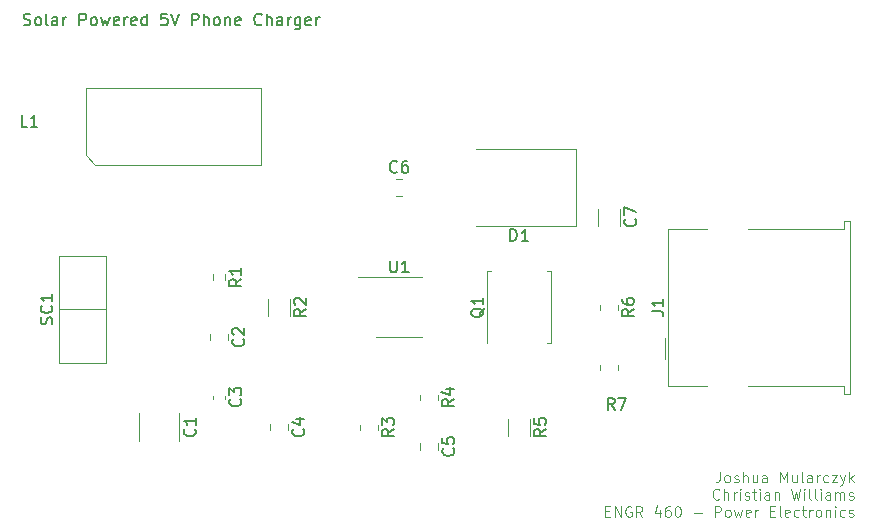
<source format=gbr>
%TF.GenerationSoftware,KiCad,Pcbnew,(6.0.4)*%
%TF.CreationDate,2022-04-27T22:38:45-07:00*%
%TF.ProjectId,SolarChargerV6,536f6c61-7243-4686-9172-67657256362e,rev?*%
%TF.SameCoordinates,Original*%
%TF.FileFunction,Legend,Top*%
%TF.FilePolarity,Positive*%
%FSLAX46Y46*%
G04 Gerber Fmt 4.6, Leading zero omitted, Abs format (unit mm)*
G04 Created by KiCad (PCBNEW (6.0.4)) date 2022-04-27 22:38:45*
%MOMM*%
%LPD*%
G01*
G04 APERTURE LIST*
%ADD10C,0.150000*%
%ADD11C,0.125000*%
%ADD12C,0.120000*%
G04 APERTURE END LIST*
D10*
X95223809Y-47204761D02*
X95366666Y-47252380D01*
X95604761Y-47252380D01*
X95700000Y-47204761D01*
X95747619Y-47157142D01*
X95795238Y-47061904D01*
X95795238Y-46966666D01*
X95747619Y-46871428D01*
X95700000Y-46823809D01*
X95604761Y-46776190D01*
X95414285Y-46728571D01*
X95319047Y-46680952D01*
X95271428Y-46633333D01*
X95223809Y-46538095D01*
X95223809Y-46442857D01*
X95271428Y-46347619D01*
X95319047Y-46300000D01*
X95414285Y-46252380D01*
X95652380Y-46252380D01*
X95795238Y-46300000D01*
X96366666Y-47252380D02*
X96271428Y-47204761D01*
X96223809Y-47157142D01*
X96176190Y-47061904D01*
X96176190Y-46776190D01*
X96223809Y-46680952D01*
X96271428Y-46633333D01*
X96366666Y-46585714D01*
X96509523Y-46585714D01*
X96604761Y-46633333D01*
X96652380Y-46680952D01*
X96700000Y-46776190D01*
X96700000Y-47061904D01*
X96652380Y-47157142D01*
X96604761Y-47204761D01*
X96509523Y-47252380D01*
X96366666Y-47252380D01*
X97271428Y-47252380D02*
X97176190Y-47204761D01*
X97128571Y-47109523D01*
X97128571Y-46252380D01*
X98080952Y-47252380D02*
X98080952Y-46728571D01*
X98033333Y-46633333D01*
X97938095Y-46585714D01*
X97747619Y-46585714D01*
X97652380Y-46633333D01*
X98080952Y-47204761D02*
X97985714Y-47252380D01*
X97747619Y-47252380D01*
X97652380Y-47204761D01*
X97604761Y-47109523D01*
X97604761Y-47014285D01*
X97652380Y-46919047D01*
X97747619Y-46871428D01*
X97985714Y-46871428D01*
X98080952Y-46823809D01*
X98557142Y-47252380D02*
X98557142Y-46585714D01*
X98557142Y-46776190D02*
X98604761Y-46680952D01*
X98652380Y-46633333D01*
X98747619Y-46585714D01*
X98842857Y-46585714D01*
X99938095Y-47252380D02*
X99938095Y-46252380D01*
X100319047Y-46252380D01*
X100414285Y-46300000D01*
X100461904Y-46347619D01*
X100509523Y-46442857D01*
X100509523Y-46585714D01*
X100461904Y-46680952D01*
X100414285Y-46728571D01*
X100319047Y-46776190D01*
X99938095Y-46776190D01*
X101080952Y-47252380D02*
X100985714Y-47204761D01*
X100938095Y-47157142D01*
X100890476Y-47061904D01*
X100890476Y-46776190D01*
X100938095Y-46680952D01*
X100985714Y-46633333D01*
X101080952Y-46585714D01*
X101223809Y-46585714D01*
X101319047Y-46633333D01*
X101366666Y-46680952D01*
X101414285Y-46776190D01*
X101414285Y-47061904D01*
X101366666Y-47157142D01*
X101319047Y-47204761D01*
X101223809Y-47252380D01*
X101080952Y-47252380D01*
X101747619Y-46585714D02*
X101938095Y-47252380D01*
X102128571Y-46776190D01*
X102319047Y-47252380D01*
X102509523Y-46585714D01*
X103271428Y-47204761D02*
X103176190Y-47252380D01*
X102985714Y-47252380D01*
X102890476Y-47204761D01*
X102842857Y-47109523D01*
X102842857Y-46728571D01*
X102890476Y-46633333D01*
X102985714Y-46585714D01*
X103176190Y-46585714D01*
X103271428Y-46633333D01*
X103319047Y-46728571D01*
X103319047Y-46823809D01*
X102842857Y-46919047D01*
X103747619Y-47252380D02*
X103747619Y-46585714D01*
X103747619Y-46776190D02*
X103795238Y-46680952D01*
X103842857Y-46633333D01*
X103938095Y-46585714D01*
X104033333Y-46585714D01*
X104747619Y-47204761D02*
X104652380Y-47252380D01*
X104461904Y-47252380D01*
X104366666Y-47204761D01*
X104319047Y-47109523D01*
X104319047Y-46728571D01*
X104366666Y-46633333D01*
X104461904Y-46585714D01*
X104652380Y-46585714D01*
X104747619Y-46633333D01*
X104795238Y-46728571D01*
X104795238Y-46823809D01*
X104319047Y-46919047D01*
X105652380Y-47252380D02*
X105652380Y-46252380D01*
X105652380Y-47204761D02*
X105557142Y-47252380D01*
X105366666Y-47252380D01*
X105271428Y-47204761D01*
X105223809Y-47157142D01*
X105176190Y-47061904D01*
X105176190Y-46776190D01*
X105223809Y-46680952D01*
X105271428Y-46633333D01*
X105366666Y-46585714D01*
X105557142Y-46585714D01*
X105652380Y-46633333D01*
X107366666Y-46252380D02*
X106890476Y-46252380D01*
X106842857Y-46728571D01*
X106890476Y-46680952D01*
X106985714Y-46633333D01*
X107223809Y-46633333D01*
X107319047Y-46680952D01*
X107366666Y-46728571D01*
X107414285Y-46823809D01*
X107414285Y-47061904D01*
X107366666Y-47157142D01*
X107319047Y-47204761D01*
X107223809Y-47252380D01*
X106985714Y-47252380D01*
X106890476Y-47204761D01*
X106842857Y-47157142D01*
X107700000Y-46252380D02*
X108033333Y-47252380D01*
X108366666Y-46252380D01*
X109461904Y-47252380D02*
X109461904Y-46252380D01*
X109842857Y-46252380D01*
X109938095Y-46300000D01*
X109985714Y-46347619D01*
X110033333Y-46442857D01*
X110033333Y-46585714D01*
X109985714Y-46680952D01*
X109938095Y-46728571D01*
X109842857Y-46776190D01*
X109461904Y-46776190D01*
X110461904Y-47252380D02*
X110461904Y-46252380D01*
X110890476Y-47252380D02*
X110890476Y-46728571D01*
X110842857Y-46633333D01*
X110747619Y-46585714D01*
X110604761Y-46585714D01*
X110509523Y-46633333D01*
X110461904Y-46680952D01*
X111509523Y-47252380D02*
X111414285Y-47204761D01*
X111366666Y-47157142D01*
X111319047Y-47061904D01*
X111319047Y-46776190D01*
X111366666Y-46680952D01*
X111414285Y-46633333D01*
X111509523Y-46585714D01*
X111652380Y-46585714D01*
X111747619Y-46633333D01*
X111795238Y-46680952D01*
X111842857Y-46776190D01*
X111842857Y-47061904D01*
X111795238Y-47157142D01*
X111747619Y-47204761D01*
X111652380Y-47252380D01*
X111509523Y-47252380D01*
X112271428Y-46585714D02*
X112271428Y-47252380D01*
X112271428Y-46680952D02*
X112319047Y-46633333D01*
X112414285Y-46585714D01*
X112557142Y-46585714D01*
X112652380Y-46633333D01*
X112700000Y-46728571D01*
X112700000Y-47252380D01*
X113557142Y-47204761D02*
X113461904Y-47252380D01*
X113271428Y-47252380D01*
X113176190Y-47204761D01*
X113128571Y-47109523D01*
X113128571Y-46728571D01*
X113176190Y-46633333D01*
X113271428Y-46585714D01*
X113461904Y-46585714D01*
X113557142Y-46633333D01*
X113604761Y-46728571D01*
X113604761Y-46823809D01*
X113128571Y-46919047D01*
X115366666Y-47157142D02*
X115319047Y-47204761D01*
X115176190Y-47252380D01*
X115080952Y-47252380D01*
X114938095Y-47204761D01*
X114842857Y-47109523D01*
X114795238Y-47014285D01*
X114747619Y-46823809D01*
X114747619Y-46680952D01*
X114795238Y-46490476D01*
X114842857Y-46395238D01*
X114938095Y-46300000D01*
X115080952Y-46252380D01*
X115176190Y-46252380D01*
X115319047Y-46300000D01*
X115366666Y-46347619D01*
X115795238Y-47252380D02*
X115795238Y-46252380D01*
X116223809Y-47252380D02*
X116223809Y-46728571D01*
X116176190Y-46633333D01*
X116080952Y-46585714D01*
X115938095Y-46585714D01*
X115842857Y-46633333D01*
X115795238Y-46680952D01*
X117128571Y-47252380D02*
X117128571Y-46728571D01*
X117080952Y-46633333D01*
X116985714Y-46585714D01*
X116795238Y-46585714D01*
X116699999Y-46633333D01*
X117128571Y-47204761D02*
X117033333Y-47252380D01*
X116795238Y-47252380D01*
X116699999Y-47204761D01*
X116652380Y-47109523D01*
X116652380Y-47014285D01*
X116699999Y-46919047D01*
X116795238Y-46871428D01*
X117033333Y-46871428D01*
X117128571Y-46823809D01*
X117604761Y-47252380D02*
X117604761Y-46585714D01*
X117604761Y-46776190D02*
X117652380Y-46680952D01*
X117699999Y-46633333D01*
X117795238Y-46585714D01*
X117890476Y-46585714D01*
X118652380Y-46585714D02*
X118652380Y-47395238D01*
X118604761Y-47490476D01*
X118557142Y-47538095D01*
X118461904Y-47585714D01*
X118319047Y-47585714D01*
X118223809Y-47538095D01*
X118652380Y-47204761D02*
X118557142Y-47252380D01*
X118366666Y-47252380D01*
X118271428Y-47204761D01*
X118223809Y-47157142D01*
X118176190Y-47061904D01*
X118176190Y-46776190D01*
X118223809Y-46680952D01*
X118271428Y-46633333D01*
X118366666Y-46585714D01*
X118557142Y-46585714D01*
X118652380Y-46633333D01*
X119509523Y-47204761D02*
X119414285Y-47252380D01*
X119223809Y-47252380D01*
X119128571Y-47204761D01*
X119080952Y-47109523D01*
X119080952Y-46728571D01*
X119128571Y-46633333D01*
X119223809Y-46585714D01*
X119414285Y-46585714D01*
X119509523Y-46633333D01*
X119557142Y-46728571D01*
X119557142Y-46823809D01*
X119080952Y-46919047D01*
X119985714Y-47252380D02*
X119985714Y-46585714D01*
X119985714Y-46776190D02*
X120033333Y-46680952D01*
X120080952Y-46633333D01*
X120176190Y-46585714D01*
X120271428Y-46585714D01*
D11*
X154168035Y-85053142D02*
X154168035Y-85696000D01*
X154125178Y-85824571D01*
X154039464Y-85910285D01*
X153910892Y-85953142D01*
X153825178Y-85953142D01*
X154725178Y-85953142D02*
X154639464Y-85910285D01*
X154596607Y-85867428D01*
X154553750Y-85781714D01*
X154553750Y-85524571D01*
X154596607Y-85438857D01*
X154639464Y-85396000D01*
X154725178Y-85353142D01*
X154853750Y-85353142D01*
X154939464Y-85396000D01*
X154982321Y-85438857D01*
X155025178Y-85524571D01*
X155025178Y-85781714D01*
X154982321Y-85867428D01*
X154939464Y-85910285D01*
X154853750Y-85953142D01*
X154725178Y-85953142D01*
X155368035Y-85910285D02*
X155453750Y-85953142D01*
X155625178Y-85953142D01*
X155710892Y-85910285D01*
X155753750Y-85824571D01*
X155753750Y-85781714D01*
X155710892Y-85696000D01*
X155625178Y-85653142D01*
X155496607Y-85653142D01*
X155410892Y-85610285D01*
X155368035Y-85524571D01*
X155368035Y-85481714D01*
X155410892Y-85396000D01*
X155496607Y-85353142D01*
X155625178Y-85353142D01*
X155710892Y-85396000D01*
X156139464Y-85953142D02*
X156139464Y-85053142D01*
X156525178Y-85953142D02*
X156525178Y-85481714D01*
X156482321Y-85396000D01*
X156396607Y-85353142D01*
X156268035Y-85353142D01*
X156182321Y-85396000D01*
X156139464Y-85438857D01*
X157339464Y-85353142D02*
X157339464Y-85953142D01*
X156953750Y-85353142D02*
X156953750Y-85824571D01*
X156996607Y-85910285D01*
X157082321Y-85953142D01*
X157210892Y-85953142D01*
X157296607Y-85910285D01*
X157339464Y-85867428D01*
X158153750Y-85953142D02*
X158153750Y-85481714D01*
X158110892Y-85396000D01*
X158025178Y-85353142D01*
X157853750Y-85353142D01*
X157768035Y-85396000D01*
X158153750Y-85910285D02*
X158068035Y-85953142D01*
X157853750Y-85953142D01*
X157768035Y-85910285D01*
X157725178Y-85824571D01*
X157725178Y-85738857D01*
X157768035Y-85653142D01*
X157853750Y-85610285D01*
X158068035Y-85610285D01*
X158153750Y-85567428D01*
X159268035Y-85953142D02*
X159268035Y-85053142D01*
X159568035Y-85696000D01*
X159868035Y-85053142D01*
X159868035Y-85953142D01*
X160682321Y-85353142D02*
X160682321Y-85953142D01*
X160296607Y-85353142D02*
X160296607Y-85824571D01*
X160339464Y-85910285D01*
X160425178Y-85953142D01*
X160553750Y-85953142D01*
X160639464Y-85910285D01*
X160682321Y-85867428D01*
X161239464Y-85953142D02*
X161153750Y-85910285D01*
X161110892Y-85824571D01*
X161110892Y-85053142D01*
X161968035Y-85953142D02*
X161968035Y-85481714D01*
X161925178Y-85396000D01*
X161839464Y-85353142D01*
X161668035Y-85353142D01*
X161582321Y-85396000D01*
X161968035Y-85910285D02*
X161882321Y-85953142D01*
X161668035Y-85953142D01*
X161582321Y-85910285D01*
X161539464Y-85824571D01*
X161539464Y-85738857D01*
X161582321Y-85653142D01*
X161668035Y-85610285D01*
X161882321Y-85610285D01*
X161968035Y-85567428D01*
X162396607Y-85953142D02*
X162396607Y-85353142D01*
X162396607Y-85524571D02*
X162439464Y-85438857D01*
X162482321Y-85396000D01*
X162568035Y-85353142D01*
X162653750Y-85353142D01*
X163339464Y-85910285D02*
X163253750Y-85953142D01*
X163082321Y-85953142D01*
X162996607Y-85910285D01*
X162953750Y-85867428D01*
X162910892Y-85781714D01*
X162910892Y-85524571D01*
X162953750Y-85438857D01*
X162996607Y-85396000D01*
X163082321Y-85353142D01*
X163253750Y-85353142D01*
X163339464Y-85396000D01*
X163639464Y-85353142D02*
X164110892Y-85353142D01*
X163639464Y-85953142D01*
X164110892Y-85953142D01*
X164368035Y-85353142D02*
X164582321Y-85953142D01*
X164796607Y-85353142D02*
X164582321Y-85953142D01*
X164496607Y-86167428D01*
X164453750Y-86210285D01*
X164368035Y-86253142D01*
X165139464Y-85953142D02*
X165139464Y-85053142D01*
X165225178Y-85610285D02*
X165482321Y-85953142D01*
X165482321Y-85353142D02*
X165139464Y-85696000D01*
X154125178Y-87316428D02*
X154082321Y-87359285D01*
X153953750Y-87402142D01*
X153868035Y-87402142D01*
X153739464Y-87359285D01*
X153653750Y-87273571D01*
X153610892Y-87187857D01*
X153568035Y-87016428D01*
X153568035Y-86887857D01*
X153610892Y-86716428D01*
X153653750Y-86630714D01*
X153739464Y-86545000D01*
X153868035Y-86502142D01*
X153953750Y-86502142D01*
X154082321Y-86545000D01*
X154125178Y-86587857D01*
X154510892Y-87402142D02*
X154510892Y-86502142D01*
X154896607Y-87402142D02*
X154896607Y-86930714D01*
X154853750Y-86845000D01*
X154768035Y-86802142D01*
X154639464Y-86802142D01*
X154553750Y-86845000D01*
X154510892Y-86887857D01*
X155325178Y-87402142D02*
X155325178Y-86802142D01*
X155325178Y-86973571D02*
X155368035Y-86887857D01*
X155410892Y-86845000D01*
X155496607Y-86802142D01*
X155582321Y-86802142D01*
X155882321Y-87402142D02*
X155882321Y-86802142D01*
X155882321Y-86502142D02*
X155839464Y-86545000D01*
X155882321Y-86587857D01*
X155925178Y-86545000D01*
X155882321Y-86502142D01*
X155882321Y-86587857D01*
X156268035Y-87359285D02*
X156353750Y-87402142D01*
X156525178Y-87402142D01*
X156610892Y-87359285D01*
X156653750Y-87273571D01*
X156653750Y-87230714D01*
X156610892Y-87145000D01*
X156525178Y-87102142D01*
X156396607Y-87102142D01*
X156310892Y-87059285D01*
X156268035Y-86973571D01*
X156268035Y-86930714D01*
X156310892Y-86845000D01*
X156396607Y-86802142D01*
X156525178Y-86802142D01*
X156610892Y-86845000D01*
X156910892Y-86802142D02*
X157253750Y-86802142D01*
X157039464Y-86502142D02*
X157039464Y-87273571D01*
X157082321Y-87359285D01*
X157168035Y-87402142D01*
X157253750Y-87402142D01*
X157553750Y-87402142D02*
X157553750Y-86802142D01*
X157553750Y-86502142D02*
X157510892Y-86545000D01*
X157553750Y-86587857D01*
X157596607Y-86545000D01*
X157553750Y-86502142D01*
X157553750Y-86587857D01*
X158368035Y-87402142D02*
X158368035Y-86930714D01*
X158325178Y-86845000D01*
X158239464Y-86802142D01*
X158068035Y-86802142D01*
X157982321Y-86845000D01*
X158368035Y-87359285D02*
X158282321Y-87402142D01*
X158068035Y-87402142D01*
X157982321Y-87359285D01*
X157939464Y-87273571D01*
X157939464Y-87187857D01*
X157982321Y-87102142D01*
X158068035Y-87059285D01*
X158282321Y-87059285D01*
X158368035Y-87016428D01*
X158796607Y-86802142D02*
X158796607Y-87402142D01*
X158796607Y-86887857D02*
X158839464Y-86845000D01*
X158925178Y-86802142D01*
X159053750Y-86802142D01*
X159139464Y-86845000D01*
X159182321Y-86930714D01*
X159182321Y-87402142D01*
X160210892Y-86502142D02*
X160425178Y-87402142D01*
X160596607Y-86759285D01*
X160768035Y-87402142D01*
X160982321Y-86502142D01*
X161325178Y-87402142D02*
X161325178Y-86802142D01*
X161325178Y-86502142D02*
X161282321Y-86545000D01*
X161325178Y-86587857D01*
X161368035Y-86545000D01*
X161325178Y-86502142D01*
X161325178Y-86587857D01*
X161882321Y-87402142D02*
X161796607Y-87359285D01*
X161753750Y-87273571D01*
X161753750Y-86502142D01*
X162353750Y-87402142D02*
X162268035Y-87359285D01*
X162225178Y-87273571D01*
X162225178Y-86502142D01*
X162696607Y-87402142D02*
X162696607Y-86802142D01*
X162696607Y-86502142D02*
X162653750Y-86545000D01*
X162696607Y-86587857D01*
X162739464Y-86545000D01*
X162696607Y-86502142D01*
X162696607Y-86587857D01*
X163510892Y-87402142D02*
X163510892Y-86930714D01*
X163468035Y-86845000D01*
X163382321Y-86802142D01*
X163210892Y-86802142D01*
X163125178Y-86845000D01*
X163510892Y-87359285D02*
X163425178Y-87402142D01*
X163210892Y-87402142D01*
X163125178Y-87359285D01*
X163082321Y-87273571D01*
X163082321Y-87187857D01*
X163125178Y-87102142D01*
X163210892Y-87059285D01*
X163425178Y-87059285D01*
X163510892Y-87016428D01*
X163939464Y-87402142D02*
X163939464Y-86802142D01*
X163939464Y-86887857D02*
X163982321Y-86845000D01*
X164068035Y-86802142D01*
X164196607Y-86802142D01*
X164282321Y-86845000D01*
X164325178Y-86930714D01*
X164325178Y-87402142D01*
X164325178Y-86930714D02*
X164368035Y-86845000D01*
X164453750Y-86802142D01*
X164582321Y-86802142D01*
X164668035Y-86845000D01*
X164710892Y-86930714D01*
X164710892Y-87402142D01*
X165096607Y-87359285D02*
X165182321Y-87402142D01*
X165353750Y-87402142D01*
X165439464Y-87359285D01*
X165482321Y-87273571D01*
X165482321Y-87230714D01*
X165439464Y-87145000D01*
X165353750Y-87102142D01*
X165225178Y-87102142D01*
X165139464Y-87059285D01*
X165096607Y-86973571D01*
X165096607Y-86930714D01*
X165139464Y-86845000D01*
X165225178Y-86802142D01*
X165353750Y-86802142D01*
X165439464Y-86845000D01*
X144439464Y-88379714D02*
X144739464Y-88379714D01*
X144868035Y-88851142D02*
X144439464Y-88851142D01*
X144439464Y-87951142D01*
X144868035Y-87951142D01*
X145253750Y-88851142D02*
X145253750Y-87951142D01*
X145768035Y-88851142D01*
X145768035Y-87951142D01*
X146668035Y-87994000D02*
X146582321Y-87951142D01*
X146453750Y-87951142D01*
X146325178Y-87994000D01*
X146239464Y-88079714D01*
X146196607Y-88165428D01*
X146153750Y-88336857D01*
X146153750Y-88465428D01*
X146196607Y-88636857D01*
X146239464Y-88722571D01*
X146325178Y-88808285D01*
X146453750Y-88851142D01*
X146539464Y-88851142D01*
X146668035Y-88808285D01*
X146710892Y-88765428D01*
X146710892Y-88465428D01*
X146539464Y-88465428D01*
X147610892Y-88851142D02*
X147310892Y-88422571D01*
X147096607Y-88851142D02*
X147096607Y-87951142D01*
X147439464Y-87951142D01*
X147525178Y-87994000D01*
X147568035Y-88036857D01*
X147610892Y-88122571D01*
X147610892Y-88251142D01*
X147568035Y-88336857D01*
X147525178Y-88379714D01*
X147439464Y-88422571D01*
X147096607Y-88422571D01*
X149068035Y-88251142D02*
X149068035Y-88851142D01*
X148853750Y-87908285D02*
X148639464Y-88551142D01*
X149196607Y-88551142D01*
X149925178Y-87951142D02*
X149753750Y-87951142D01*
X149668035Y-87994000D01*
X149625178Y-88036857D01*
X149539464Y-88165428D01*
X149496607Y-88336857D01*
X149496607Y-88679714D01*
X149539464Y-88765428D01*
X149582321Y-88808285D01*
X149668035Y-88851142D01*
X149839464Y-88851142D01*
X149925178Y-88808285D01*
X149968035Y-88765428D01*
X150010892Y-88679714D01*
X150010892Y-88465428D01*
X149968035Y-88379714D01*
X149925178Y-88336857D01*
X149839464Y-88294000D01*
X149668035Y-88294000D01*
X149582321Y-88336857D01*
X149539464Y-88379714D01*
X149496607Y-88465428D01*
X150568035Y-87951142D02*
X150653750Y-87951142D01*
X150739464Y-87994000D01*
X150782321Y-88036857D01*
X150825178Y-88122571D01*
X150868035Y-88294000D01*
X150868035Y-88508285D01*
X150825178Y-88679714D01*
X150782321Y-88765428D01*
X150739464Y-88808285D01*
X150653750Y-88851142D01*
X150568035Y-88851142D01*
X150482321Y-88808285D01*
X150439464Y-88765428D01*
X150396607Y-88679714D01*
X150353750Y-88508285D01*
X150353750Y-88294000D01*
X150396607Y-88122571D01*
X150439464Y-88036857D01*
X150482321Y-87994000D01*
X150568035Y-87951142D01*
X151939464Y-88508285D02*
X152625178Y-88508285D01*
X153739464Y-88851142D02*
X153739464Y-87951142D01*
X154082321Y-87951142D01*
X154168035Y-87994000D01*
X154210892Y-88036857D01*
X154253750Y-88122571D01*
X154253750Y-88251142D01*
X154210892Y-88336857D01*
X154168035Y-88379714D01*
X154082321Y-88422571D01*
X153739464Y-88422571D01*
X154768035Y-88851142D02*
X154682321Y-88808285D01*
X154639464Y-88765428D01*
X154596607Y-88679714D01*
X154596607Y-88422571D01*
X154639464Y-88336857D01*
X154682321Y-88294000D01*
X154768035Y-88251142D01*
X154896607Y-88251142D01*
X154982321Y-88294000D01*
X155025178Y-88336857D01*
X155068035Y-88422571D01*
X155068035Y-88679714D01*
X155025178Y-88765428D01*
X154982321Y-88808285D01*
X154896607Y-88851142D01*
X154768035Y-88851142D01*
X155368035Y-88251142D02*
X155539464Y-88851142D01*
X155710892Y-88422571D01*
X155882321Y-88851142D01*
X156053750Y-88251142D01*
X156739464Y-88808285D02*
X156653750Y-88851142D01*
X156482321Y-88851142D01*
X156396607Y-88808285D01*
X156353750Y-88722571D01*
X156353750Y-88379714D01*
X156396607Y-88294000D01*
X156482321Y-88251142D01*
X156653750Y-88251142D01*
X156739464Y-88294000D01*
X156782321Y-88379714D01*
X156782321Y-88465428D01*
X156353750Y-88551142D01*
X157168035Y-88851142D02*
X157168035Y-88251142D01*
X157168035Y-88422571D02*
X157210892Y-88336857D01*
X157253750Y-88294000D01*
X157339464Y-88251142D01*
X157425178Y-88251142D01*
X158410892Y-88379714D02*
X158710892Y-88379714D01*
X158839464Y-88851142D02*
X158410892Y-88851142D01*
X158410892Y-87951142D01*
X158839464Y-87951142D01*
X159353750Y-88851142D02*
X159268035Y-88808285D01*
X159225178Y-88722571D01*
X159225178Y-87951142D01*
X160039464Y-88808285D02*
X159953750Y-88851142D01*
X159782321Y-88851142D01*
X159696607Y-88808285D01*
X159653750Y-88722571D01*
X159653750Y-88379714D01*
X159696607Y-88294000D01*
X159782321Y-88251142D01*
X159953750Y-88251142D01*
X160039464Y-88294000D01*
X160082321Y-88379714D01*
X160082321Y-88465428D01*
X159653750Y-88551142D01*
X160853750Y-88808285D02*
X160768035Y-88851142D01*
X160596607Y-88851142D01*
X160510892Y-88808285D01*
X160468035Y-88765428D01*
X160425178Y-88679714D01*
X160425178Y-88422571D01*
X160468035Y-88336857D01*
X160510892Y-88294000D01*
X160596607Y-88251142D01*
X160768035Y-88251142D01*
X160853750Y-88294000D01*
X161110892Y-88251142D02*
X161453750Y-88251142D01*
X161239464Y-87951142D02*
X161239464Y-88722571D01*
X161282321Y-88808285D01*
X161368035Y-88851142D01*
X161453750Y-88851142D01*
X161753750Y-88851142D02*
X161753750Y-88251142D01*
X161753750Y-88422571D02*
X161796607Y-88336857D01*
X161839464Y-88294000D01*
X161925178Y-88251142D01*
X162010892Y-88251142D01*
X162439464Y-88851142D02*
X162353750Y-88808285D01*
X162310892Y-88765428D01*
X162268035Y-88679714D01*
X162268035Y-88422571D01*
X162310892Y-88336857D01*
X162353750Y-88294000D01*
X162439464Y-88251142D01*
X162568035Y-88251142D01*
X162653750Y-88294000D01*
X162696607Y-88336857D01*
X162739464Y-88422571D01*
X162739464Y-88679714D01*
X162696607Y-88765428D01*
X162653750Y-88808285D01*
X162568035Y-88851142D01*
X162439464Y-88851142D01*
X163125178Y-88251142D02*
X163125178Y-88851142D01*
X163125178Y-88336857D02*
X163168035Y-88294000D01*
X163253750Y-88251142D01*
X163382321Y-88251142D01*
X163468035Y-88294000D01*
X163510892Y-88379714D01*
X163510892Y-88851142D01*
X163939464Y-88851142D02*
X163939464Y-88251142D01*
X163939464Y-87951142D02*
X163896607Y-87994000D01*
X163939464Y-88036857D01*
X163982321Y-87994000D01*
X163939464Y-87951142D01*
X163939464Y-88036857D01*
X164753750Y-88808285D02*
X164668035Y-88851142D01*
X164496607Y-88851142D01*
X164410892Y-88808285D01*
X164368035Y-88765428D01*
X164325178Y-88679714D01*
X164325178Y-88422571D01*
X164368035Y-88336857D01*
X164410892Y-88294000D01*
X164496607Y-88251142D01*
X164668035Y-88251142D01*
X164753750Y-88294000D01*
X165096607Y-88808285D02*
X165182321Y-88851142D01*
X165353750Y-88851142D01*
X165439464Y-88808285D01*
X165482321Y-88722571D01*
X165482321Y-88679714D01*
X165439464Y-88594000D01*
X165353750Y-88551142D01*
X165225178Y-88551142D01*
X165139464Y-88508285D01*
X165096607Y-88422571D01*
X165096607Y-88379714D01*
X165139464Y-88294000D01*
X165225178Y-88251142D01*
X165353750Y-88251142D01*
X165439464Y-88294000D01*
D10*
%TO.C,C3*%
X113547142Y-78906666D02*
X113594761Y-78954285D01*
X113642380Y-79097142D01*
X113642380Y-79192380D01*
X113594761Y-79335238D01*
X113499523Y-79430476D01*
X113404285Y-79478095D01*
X113213809Y-79525714D01*
X113070952Y-79525714D01*
X112880476Y-79478095D01*
X112785238Y-79430476D01*
X112690000Y-79335238D01*
X112642380Y-79192380D01*
X112642380Y-79097142D01*
X112690000Y-78954285D01*
X112737619Y-78906666D01*
X112642380Y-78573333D02*
X112642380Y-77954285D01*
X113023333Y-78287619D01*
X113023333Y-78144761D01*
X113070952Y-78049523D01*
X113118571Y-78001904D01*
X113213809Y-77954285D01*
X113451904Y-77954285D01*
X113547142Y-78001904D01*
X113594761Y-78049523D01*
X113642380Y-78144761D01*
X113642380Y-78430476D01*
X113594761Y-78525714D01*
X113547142Y-78573333D01*
%TO.C,C5*%
X131577142Y-83074166D02*
X131624761Y-83121785D01*
X131672380Y-83264642D01*
X131672380Y-83359880D01*
X131624761Y-83502738D01*
X131529523Y-83597976D01*
X131434285Y-83645595D01*
X131243809Y-83693214D01*
X131100952Y-83693214D01*
X130910476Y-83645595D01*
X130815238Y-83597976D01*
X130720000Y-83502738D01*
X130672380Y-83359880D01*
X130672380Y-83264642D01*
X130720000Y-83121785D01*
X130767619Y-83074166D01*
X130672380Y-82169404D02*
X130672380Y-82645595D01*
X131148571Y-82693214D01*
X131100952Y-82645595D01*
X131053333Y-82550357D01*
X131053333Y-82312261D01*
X131100952Y-82217023D01*
X131148571Y-82169404D01*
X131243809Y-82121785D01*
X131481904Y-82121785D01*
X131577142Y-82169404D01*
X131624761Y-82217023D01*
X131672380Y-82312261D01*
X131672380Y-82550357D01*
X131624761Y-82645595D01*
X131577142Y-82693214D01*
%TO.C,C4*%
X118877142Y-81446666D02*
X118924761Y-81494285D01*
X118972380Y-81637142D01*
X118972380Y-81732380D01*
X118924761Y-81875238D01*
X118829523Y-81970476D01*
X118734285Y-82018095D01*
X118543809Y-82065714D01*
X118400952Y-82065714D01*
X118210476Y-82018095D01*
X118115238Y-81970476D01*
X118020000Y-81875238D01*
X117972380Y-81732380D01*
X117972380Y-81637142D01*
X118020000Y-81494285D01*
X118067619Y-81446666D01*
X118305714Y-80589523D02*
X118972380Y-80589523D01*
X117924761Y-80827619D02*
X118639047Y-81065714D01*
X118639047Y-80446666D01*
%TO.C,C2*%
X113797142Y-73826666D02*
X113844761Y-73874285D01*
X113892380Y-74017142D01*
X113892380Y-74112380D01*
X113844761Y-74255238D01*
X113749523Y-74350476D01*
X113654285Y-74398095D01*
X113463809Y-74445714D01*
X113320952Y-74445714D01*
X113130476Y-74398095D01*
X113035238Y-74350476D01*
X112940000Y-74255238D01*
X112892380Y-74112380D01*
X112892380Y-74017142D01*
X112940000Y-73874285D01*
X112987619Y-73826666D01*
X112987619Y-73445714D02*
X112940000Y-73398095D01*
X112892380Y-73302857D01*
X112892380Y-73064761D01*
X112940000Y-72969523D01*
X112987619Y-72921904D01*
X113082857Y-72874285D01*
X113178095Y-72874285D01*
X113320952Y-72921904D01*
X113892380Y-73493333D01*
X113892380Y-72874285D01*
%TO.C,R6*%
X146882380Y-71286666D02*
X146406190Y-71620000D01*
X146882380Y-71858095D02*
X145882380Y-71858095D01*
X145882380Y-71477142D01*
X145930000Y-71381904D01*
X145977619Y-71334285D01*
X146072857Y-71286666D01*
X146215714Y-71286666D01*
X146310952Y-71334285D01*
X146358571Y-71381904D01*
X146406190Y-71477142D01*
X146406190Y-71858095D01*
X145882380Y-70429523D02*
X145882380Y-70620000D01*
X145930000Y-70715238D01*
X145977619Y-70762857D01*
X146120476Y-70858095D01*
X146310952Y-70905714D01*
X146691904Y-70905714D01*
X146787142Y-70858095D01*
X146834761Y-70810476D01*
X146882380Y-70715238D01*
X146882380Y-70524761D01*
X146834761Y-70429523D01*
X146787142Y-70381904D01*
X146691904Y-70334285D01*
X146453809Y-70334285D01*
X146358571Y-70381904D01*
X146310952Y-70429523D01*
X146263333Y-70524761D01*
X146263333Y-70715238D01*
X146310952Y-70810476D01*
X146358571Y-70858095D01*
X146453809Y-70905714D01*
%TO.C,R4*%
X131642380Y-78906666D02*
X131166190Y-79240000D01*
X131642380Y-79478095D02*
X130642380Y-79478095D01*
X130642380Y-79097142D01*
X130690000Y-79001904D01*
X130737619Y-78954285D01*
X130832857Y-78906666D01*
X130975714Y-78906666D01*
X131070952Y-78954285D01*
X131118571Y-79001904D01*
X131166190Y-79097142D01*
X131166190Y-79478095D01*
X130975714Y-78049523D02*
X131642380Y-78049523D01*
X130594761Y-78287619D02*
X131309047Y-78525714D01*
X131309047Y-77906666D01*
%TO.C,R3*%
X126562380Y-81446666D02*
X126086190Y-81780000D01*
X126562380Y-82018095D02*
X125562380Y-82018095D01*
X125562380Y-81637142D01*
X125610000Y-81541904D01*
X125657619Y-81494285D01*
X125752857Y-81446666D01*
X125895714Y-81446666D01*
X125990952Y-81494285D01*
X126038571Y-81541904D01*
X126086190Y-81637142D01*
X126086190Y-82018095D01*
X125562380Y-81113333D02*
X125562380Y-80494285D01*
X125943333Y-80827619D01*
X125943333Y-80684761D01*
X125990952Y-80589523D01*
X126038571Y-80541904D01*
X126133809Y-80494285D01*
X126371904Y-80494285D01*
X126467142Y-80541904D01*
X126514761Y-80589523D01*
X126562380Y-80684761D01*
X126562380Y-80970476D01*
X126514761Y-81065714D01*
X126467142Y-81113333D01*
%TO.C,SC1*%
X97604761Y-72561904D02*
X97652380Y-72419047D01*
X97652380Y-72180952D01*
X97604761Y-72085714D01*
X97557142Y-72038095D01*
X97461904Y-71990476D01*
X97366666Y-71990476D01*
X97271428Y-72038095D01*
X97223809Y-72085714D01*
X97176190Y-72180952D01*
X97128571Y-72371428D01*
X97080952Y-72466666D01*
X97033333Y-72514285D01*
X96938095Y-72561904D01*
X96842857Y-72561904D01*
X96747619Y-72514285D01*
X96700000Y-72466666D01*
X96652380Y-72371428D01*
X96652380Y-72133333D01*
X96700000Y-71990476D01*
X97557142Y-70990476D02*
X97604761Y-71038095D01*
X97652380Y-71180952D01*
X97652380Y-71276190D01*
X97604761Y-71419047D01*
X97509523Y-71514285D01*
X97414285Y-71561904D01*
X97223809Y-71609523D01*
X97080952Y-71609523D01*
X96890476Y-71561904D01*
X96795238Y-71514285D01*
X96700000Y-71419047D01*
X96652380Y-71276190D01*
X96652380Y-71180952D01*
X96700000Y-71038095D01*
X96747619Y-70990476D01*
X97652380Y-70038095D02*
X97652380Y-70609523D01*
X97652380Y-70323809D02*
X96652380Y-70323809D01*
X96795238Y-70419047D01*
X96890476Y-70514285D01*
X96938095Y-70609523D01*
%TO.C,D1*%
X136421904Y-65512380D02*
X136421904Y-64512380D01*
X136660000Y-64512380D01*
X136802857Y-64560000D01*
X136898095Y-64655238D01*
X136945714Y-64750476D01*
X136993333Y-64940952D01*
X136993333Y-65083809D01*
X136945714Y-65274285D01*
X136898095Y-65369523D01*
X136802857Y-65464761D01*
X136660000Y-65512380D01*
X136421904Y-65512380D01*
X137945714Y-65512380D02*
X137374285Y-65512380D01*
X137660000Y-65512380D02*
X137660000Y-64512380D01*
X137564761Y-64655238D01*
X137469523Y-64750476D01*
X137374285Y-64798095D01*
%TO.C,U1*%
X126238095Y-67172380D02*
X126238095Y-67981904D01*
X126285714Y-68077142D01*
X126333333Y-68124761D01*
X126428571Y-68172380D01*
X126619047Y-68172380D01*
X126714285Y-68124761D01*
X126761904Y-68077142D01*
X126809523Y-67981904D01*
X126809523Y-67172380D01*
X127809523Y-68172380D02*
X127238095Y-68172380D01*
X127523809Y-68172380D02*
X127523809Y-67172380D01*
X127428571Y-67315238D01*
X127333333Y-67410476D01*
X127238095Y-67458095D01*
%TO.C,L1*%
X95533333Y-55852380D02*
X95057142Y-55852380D01*
X95057142Y-54852380D01*
X96390476Y-55852380D02*
X95819047Y-55852380D01*
X96104761Y-55852380D02*
X96104761Y-54852380D01*
X96009523Y-54995238D01*
X95914285Y-55090476D01*
X95819047Y-55138095D01*
%TO.C,R2*%
X119112380Y-71286666D02*
X118636190Y-71620000D01*
X119112380Y-71858095D02*
X118112380Y-71858095D01*
X118112380Y-71477142D01*
X118160000Y-71381904D01*
X118207619Y-71334285D01*
X118302857Y-71286666D01*
X118445714Y-71286666D01*
X118540952Y-71334285D01*
X118588571Y-71381904D01*
X118636190Y-71477142D01*
X118636190Y-71858095D01*
X118207619Y-70905714D02*
X118160000Y-70858095D01*
X118112380Y-70762857D01*
X118112380Y-70524761D01*
X118160000Y-70429523D01*
X118207619Y-70381904D01*
X118302857Y-70334285D01*
X118398095Y-70334285D01*
X118540952Y-70381904D01*
X119112380Y-70953333D01*
X119112380Y-70334285D01*
%TO.C,C6*%
X126833333Y-59637142D02*
X126785714Y-59684761D01*
X126642857Y-59732380D01*
X126547619Y-59732380D01*
X126404761Y-59684761D01*
X126309523Y-59589523D01*
X126261904Y-59494285D01*
X126214285Y-59303809D01*
X126214285Y-59160952D01*
X126261904Y-58970476D01*
X126309523Y-58875238D01*
X126404761Y-58780000D01*
X126547619Y-58732380D01*
X126642857Y-58732380D01*
X126785714Y-58780000D01*
X126833333Y-58827619D01*
X127690476Y-58732380D02*
X127500000Y-58732380D01*
X127404761Y-58780000D01*
X127357142Y-58827619D01*
X127261904Y-58970476D01*
X127214285Y-59160952D01*
X127214285Y-59541904D01*
X127261904Y-59637142D01*
X127309523Y-59684761D01*
X127404761Y-59732380D01*
X127595238Y-59732380D01*
X127690476Y-59684761D01*
X127738095Y-59637142D01*
X127785714Y-59541904D01*
X127785714Y-59303809D01*
X127738095Y-59208571D01*
X127690476Y-59160952D01*
X127595238Y-59113333D01*
X127404761Y-59113333D01*
X127309523Y-59160952D01*
X127261904Y-59208571D01*
X127214285Y-59303809D01*
%TO.C,R1*%
X113642380Y-68746666D02*
X113166190Y-69080000D01*
X113642380Y-69318095D02*
X112642380Y-69318095D01*
X112642380Y-68937142D01*
X112690000Y-68841904D01*
X112737619Y-68794285D01*
X112832857Y-68746666D01*
X112975714Y-68746666D01*
X113070952Y-68794285D01*
X113118571Y-68841904D01*
X113166190Y-68937142D01*
X113166190Y-69318095D01*
X113642380Y-67794285D02*
X113642380Y-68365714D01*
X113642380Y-68080000D02*
X112642380Y-68080000D01*
X112785238Y-68175238D01*
X112880476Y-68270476D01*
X112928095Y-68365714D01*
%TO.C,C1*%
X109687142Y-81446666D02*
X109734761Y-81494285D01*
X109782380Y-81637142D01*
X109782380Y-81732380D01*
X109734761Y-81875238D01*
X109639523Y-81970476D01*
X109544285Y-82018095D01*
X109353809Y-82065714D01*
X109210952Y-82065714D01*
X109020476Y-82018095D01*
X108925238Y-81970476D01*
X108830000Y-81875238D01*
X108782380Y-81732380D01*
X108782380Y-81637142D01*
X108830000Y-81494285D01*
X108877619Y-81446666D01*
X109782380Y-80494285D02*
X109782380Y-81065714D01*
X109782380Y-80780000D02*
X108782380Y-80780000D01*
X108925238Y-80875238D01*
X109020476Y-80970476D01*
X109068095Y-81065714D01*
%TO.C,R7*%
X145248333Y-79827380D02*
X144915000Y-79351190D01*
X144676904Y-79827380D02*
X144676904Y-78827380D01*
X145057857Y-78827380D01*
X145153095Y-78875000D01*
X145200714Y-78922619D01*
X145248333Y-79017857D01*
X145248333Y-79160714D01*
X145200714Y-79255952D01*
X145153095Y-79303571D01*
X145057857Y-79351190D01*
X144676904Y-79351190D01*
X145581666Y-78827380D02*
X146248333Y-78827380D01*
X145819761Y-79827380D01*
%TO.C,Q1*%
X134207619Y-71215238D02*
X134160000Y-71310476D01*
X134064761Y-71405714D01*
X133921904Y-71548571D01*
X133874285Y-71643809D01*
X133874285Y-71739047D01*
X134112380Y-71691428D02*
X134064761Y-71786666D01*
X133969523Y-71881904D01*
X133779047Y-71929523D01*
X133445714Y-71929523D01*
X133255238Y-71881904D01*
X133160000Y-71786666D01*
X133112380Y-71691428D01*
X133112380Y-71500952D01*
X133160000Y-71405714D01*
X133255238Y-71310476D01*
X133445714Y-71262857D01*
X133779047Y-71262857D01*
X133969523Y-71310476D01*
X134064761Y-71405714D01*
X134112380Y-71500952D01*
X134112380Y-71691428D01*
X134112380Y-70310476D02*
X134112380Y-70881904D01*
X134112380Y-70596190D02*
X133112380Y-70596190D01*
X133255238Y-70691428D01*
X133350476Y-70786666D01*
X133398095Y-70881904D01*
%TO.C,J1*%
X148382380Y-71453333D02*
X149096666Y-71453333D01*
X149239523Y-71500952D01*
X149334761Y-71596190D01*
X149382380Y-71739047D01*
X149382380Y-71834285D01*
X149382380Y-70453333D02*
X149382380Y-71024761D01*
X149382380Y-70739047D02*
X148382380Y-70739047D01*
X148525238Y-70834285D01*
X148620476Y-70929523D01*
X148668095Y-71024761D01*
%TO.C,C7*%
X146987142Y-63666666D02*
X147034761Y-63714285D01*
X147082380Y-63857142D01*
X147082380Y-63952380D01*
X147034761Y-64095238D01*
X146939523Y-64190476D01*
X146844285Y-64238095D01*
X146653809Y-64285714D01*
X146510952Y-64285714D01*
X146320476Y-64238095D01*
X146225238Y-64190476D01*
X146130000Y-64095238D01*
X146082380Y-63952380D01*
X146082380Y-63857142D01*
X146130000Y-63714285D01*
X146177619Y-63666666D01*
X146082380Y-63333333D02*
X146082380Y-62666666D01*
X147082380Y-63095238D01*
%TO.C,R5*%
X139432380Y-81446666D02*
X138956190Y-81780000D01*
X139432380Y-82018095D02*
X138432380Y-82018095D01*
X138432380Y-81637142D01*
X138480000Y-81541904D01*
X138527619Y-81494285D01*
X138622857Y-81446666D01*
X138765714Y-81446666D01*
X138860952Y-81494285D01*
X138908571Y-81541904D01*
X138956190Y-81637142D01*
X138956190Y-82018095D01*
X138432380Y-80541904D02*
X138432380Y-81018095D01*
X138908571Y-81065714D01*
X138860952Y-81018095D01*
X138813333Y-80922857D01*
X138813333Y-80684761D01*
X138860952Y-80589523D01*
X138908571Y-80541904D01*
X139003809Y-80494285D01*
X139241904Y-80494285D01*
X139337142Y-80541904D01*
X139384761Y-80589523D01*
X139432380Y-80684761D01*
X139432380Y-80922857D01*
X139384761Y-81018095D01*
X139337142Y-81065714D01*
D12*
%TO.C,C3*%
X111250000Y-78599420D02*
X111250000Y-78880580D01*
X112270000Y-78599420D02*
X112270000Y-78880580D01*
%TO.C,C5*%
X128805000Y-82646248D02*
X128805000Y-83168752D01*
X130275000Y-82646248D02*
X130275000Y-83168752D01*
%TO.C,C4*%
X116105000Y-81018748D02*
X116105000Y-81541252D01*
X117575000Y-81018748D02*
X117575000Y-81541252D01*
%TO.C,C2*%
X111025000Y-73398748D02*
X111025000Y-73921252D01*
X112495000Y-73398748D02*
X112495000Y-73921252D01*
%TO.C,R6*%
X145515000Y-70892936D02*
X145515000Y-71347064D01*
X144045000Y-70892936D02*
X144045000Y-71347064D01*
%TO.C,R4*%
X130275000Y-78512936D02*
X130275000Y-78967064D01*
X128805000Y-78512936D02*
X128805000Y-78967064D01*
%TO.C,R3*%
X125195000Y-81052936D02*
X125195000Y-81507064D01*
X123725000Y-81052936D02*
X123725000Y-81507064D01*
%TO.C,SC1*%
X102200000Y-75840000D02*
X98200000Y-75840000D01*
X102200000Y-71300000D02*
X98200000Y-71300000D01*
X102200000Y-66760000D02*
X102200000Y-75840000D01*
X98200000Y-66760000D02*
X102200000Y-66760000D01*
X98200000Y-75840000D02*
X98200000Y-66760000D01*
%TO.C,D1*%
X141960000Y-57710000D02*
X141960000Y-64210000D01*
X141960000Y-57710000D02*
X133560000Y-57710000D01*
X141960000Y-64210000D02*
X133560000Y-64210000D01*
%TO.C,U1*%
X127000000Y-73680000D02*
X128950000Y-73680000D01*
X127000000Y-73680000D02*
X125050000Y-73680000D01*
X127000000Y-68560000D02*
X123550000Y-68560000D01*
X127000000Y-68560000D02*
X128950000Y-68560000D01*
%TO.C,L1*%
X101300000Y-59050000D02*
X100500000Y-58250000D01*
X115300000Y-52550000D02*
X115300000Y-59050000D01*
X100500000Y-58250000D02*
X100500000Y-52550000D01*
X115300000Y-59050000D02*
X101300000Y-59050000D01*
X100500000Y-52550000D02*
X115300000Y-52550000D01*
%TO.C,R2*%
X115930000Y-70392936D02*
X115930000Y-71847064D01*
X117750000Y-70392936D02*
X117750000Y-71847064D01*
%TO.C,C6*%
X126738748Y-60225000D02*
X127261252Y-60225000D01*
X126738748Y-61695000D02*
X127261252Y-61695000D01*
%TO.C,R1*%
X111237500Y-68342742D02*
X111237500Y-68817258D01*
X112282500Y-68342742D02*
X112282500Y-68817258D01*
%TO.C,C1*%
X108390000Y-80118748D02*
X108390000Y-82441252D01*
X104970000Y-80118748D02*
X104970000Y-82441252D01*
%TO.C,R7*%
X144045000Y-75972936D02*
X144045000Y-76427064D01*
X145515000Y-75972936D02*
X145515000Y-76427064D01*
%TO.C,Q1*%
X139495000Y-74180000D02*
X139845000Y-74180000D01*
X139845000Y-68060000D02*
X139845000Y-74180000D01*
X134775000Y-68060000D02*
X134475000Y-68060000D01*
X134475000Y-68060000D02*
X134475000Y-74180000D01*
X139545000Y-68060000D02*
X139845000Y-68060000D01*
%TO.C,J1*%
X165220000Y-63810000D02*
X164700000Y-63810000D01*
X164700000Y-63810000D02*
X164700000Y-64460000D01*
X164700000Y-77780000D02*
X164700000Y-78430000D01*
X149740000Y-64460000D02*
X153070000Y-64460000D01*
X156590000Y-64460000D02*
X164700000Y-64460000D01*
X149740000Y-77780000D02*
X149740000Y-64460000D01*
X149520000Y-75520000D02*
X149520000Y-73720000D01*
X164700000Y-77780000D02*
X156590000Y-77780000D01*
X149740000Y-77780000D02*
X153070000Y-77780000D01*
X165220000Y-78430000D02*
X165220000Y-63810000D01*
X164700000Y-78430000D02*
X165220000Y-78430000D01*
%TO.C,C7*%
X145690000Y-62788748D02*
X145690000Y-64211252D01*
X143870000Y-62788748D02*
X143870000Y-64211252D01*
%TO.C,R5*%
X136250000Y-80552936D02*
X136250000Y-82007064D01*
X138070000Y-80552936D02*
X138070000Y-82007064D01*
%TD*%
M02*

</source>
